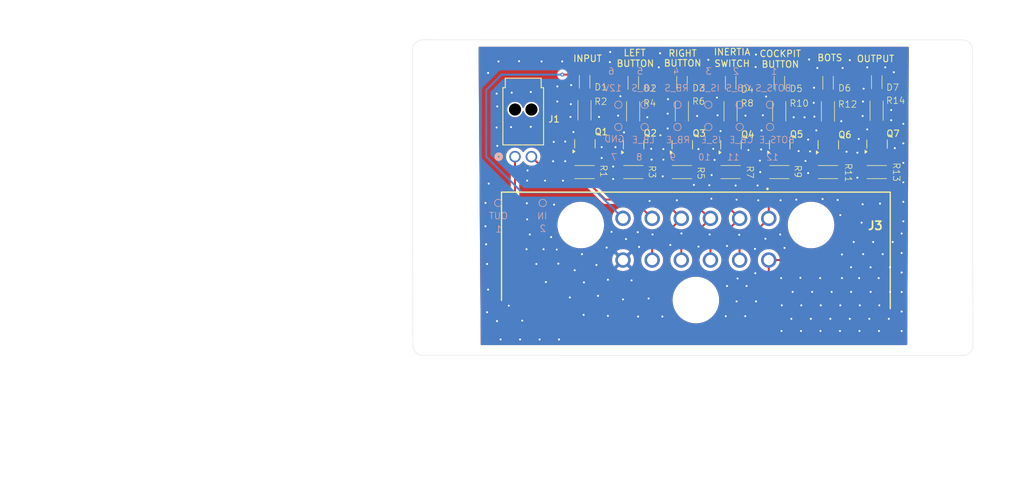
<source format=kicad_pcb>
(kicad_pcb (version 20241229) (generator "pcbnew") (generator_version "9.0")
  (layers (0 "F.Cu" signal) (2 "B.Cu" signal) (13 "F.Paste" user) (15 "B.Paste" user) (5 "F.SilkS" user "F.Silkscreen") (7 "B.SilkS" user "B.Silkscreen") (1 "F.Mask" user) (3 "B.Mask" user) (25 "Edge.Cuts" user))
  (net 0 "")
  (net 1 "Net-(D6-K)")
  (net 2 "+12V")
  (net 3 "Net-(D7-K)")
  (net 4 "/INPUT")
  (net 5 "Net-(Q1-D)")
  (net 6 "GND")
  (net 7 "Net-(Q2-D)")
  (net 8 "Net-(Q3-D)")
  (net 9 "Net-(Q4-D)")
  (net 10 "Net-(Q5-D)")
  (net 11 "Net-(Q6-D)")
  (net 12 "Net-(Q7-D)")
  (net 13 "/BOTS_END")
  (net 14 "Net-(D1-K)")
  (net 15 "Net-(D2-K)")
  (net 16 "Net-(D3-K)")
  (net 17 "Net-(D4-K)")
  (net 18 "Net-(D5-K)")
  (net 19 "/COCKPIT_BUTTON_START")
  (net 20 "/BOTS_START")
  (net 21 "/INERTIA_SWITCH_START")
  (net 22 "/LEFT_BUTTON_END")
  (footprint "MountingHole:MountingHole_3.2mm_M3" (layer "F.Cu") (at 170.13 97.17)
    (property "Reference" "REF**" (hide yes))
    (property "Value" "MountingHole_3.2mm_M3")
  )
  (footprint "Package_TO_SOT_SMD:SOT-23" (layer "F.Cu") (at 131.030833 70.69 90)
    (property "Reference" "Q3")
    (property "Value" "2N7002K")
  )
  (footprint "Package_TO_SOT_SMD:SOT-23" (layer "F.Cu") (at 138.4475 70.69 90)
    (property "Reference" "Q4")
    (property "Value" "2N7002K")
  )
  (footprint "Package_TO_SOT_SMD:SOT-23" (layer "F.Cu") (at 160.6975 70.59 90)
    (property "Reference" "Q7")
    (property "Value" "2N7002K")
  )
  (footprint "Package_TO_SOT_SMD:SOT-23" (layer "F.Cu") (at 153.280833 70.69 90)
    (property "Reference" "Q6")
    (property "Value" "2N7002K")
  )
  (footprint "SC:CONN_SD-105313-100_02_MOL" (layer "F.Cu") (at 105.55 72.5 180)
    (property "Reference" "J1")
    (property "Value" "1053131202")
  )
  (footprint "SC:DT1312PAB016" (layer "F.Cu") (at 144.2 81.9 180)
    (property "Reference" "J3")
    (property "Value" "DT13-12PA-B016" (hide yes))
  )
  (footprint "SC:CRCW0805" (layer "F.Cu") (at 116.15 74.85)
    (property "Reference" "R1")
    (property "Value" "100k")
  )
  (footprint "SC:CRCW0805" (layer "F.Cu") (at 145.796667 65.59 -90)
    (property "Reference" "R10")
    (property "Value" "1k")
  )
  (footprint "SC:HL-PSC-1608U52GC-G4" (layer "F.Cu") (at 116.15 61.1 90)
    (property "Reference" "D1")
    (property "Value" "LED")
  )
  (footprint "MountingHole:MountingHole_3.2mm_M3" (layer "F.Cu") (at 95.6 97.3)
    (property "Reference" "REF**" (hide yes))
    (property "Value" "MountingHole_3.2mm_M3")
  )
  (footprint "SC:CRCW0805" (layer "F.Cu") (at 116.13 65.44 -90)
    (property "Reference" "R2")
    (property "Value" "1k")
  )
  (footprint "SC:CRCW0805" (layer "F.Cu") (at 130.983333 74.85)
    (property "Reference" "R5")
    (property "Value" "100k")
  )
  (footprint "SC:CRCW0805" (layer "F.Cu") (at 138.38 65.59 -90)
    (property "Reference" "R8")
    (property "Value" "1k")
  )
  (footprint "SC:HL-PSC-1608U52GC-G4" (layer "F.Cu") (at 145.816667 61.25 90)
    (property "Reference" "D5")
    (property "Value" "LED")
  )
  (footprint "SC:HL-PSC-1608U52GC-G4" (layer "F.Cu") (at 160.65 61.15 90)
    (property "Reference" "D7")
    (property "Value" "LED")
  )
  (footprint "SC:HL-PSC-1608U52GC-G4" (layer "F.Cu") (at 138.4 61.25 90)
    (property "Reference" "D4")
    (property "Value" "LED")
  )
  (footprint "SC:CRCW0805" (layer "F.Cu") (at 123.546667 65.59 -90)
    (property "Reference" "R4")
    (property "Value" "1k")
  )
  (footprint "SC:CRCW0805" (layer "F.Cu") (at 130.963333 65.59 -90)
    (property "Reference" "R6")
    (property "Value" "1k")
  )
  (footprint "SC:CRCW0805" (layer "F.Cu") (at 145.816667 74.85)
    (property "Reference" "R9")
    (property "Value" "100k")
  )
  (footprint "SC:CRCW0805" (layer "F.Cu") (at 153.233333 74.85)
    (property "Reference" "R11")
    (property "Value" "100k")
  )
  (footprint "SC:HL-PSC-1608U52GC-G4" (layer "F.Cu") (at 130.983333 61.25 90)
    (property "Reference" "D3")
    (property "Value" "LED")
  )
  (footprint "MountingHole:MountingHole_3.2mm_M3" (layer "F.Cu") (at 170.13 60.57)
    (property "Reference" "REF**" (hide yes))
    (property "Value" "MountingHole_3.2mm_M3")
  )
  (footprint "SC:HL-PSC-1608U52GC-G4" (layer "F.Cu") (at 153.233333 61.25 90)
    (property "Reference" "D6")
    (property "Value" "LED")
  )
  (footprint "Package_TO_SOT_SMD:SOT-23" (layer "F.Cu") (at 123.614167 70.69 90)
    (property "Reference" "Q2")
    (property "Value" "2N7002K")
  )
  (footprint "Package_TO_SOT_SMD:SOT-23" (layer "F.Cu") (at 116.1975 70.54 90)
    (property "Reference" "Q1")
    (property "Value" "2N7002K")
  )
  (footprint "SC:CRCW0805" (layer "F.Cu") (at 153.213333 65.59 -90)
    (property "Reference" "R12")
    (property "Value" "1k")
  )
  (footprint "SC:CRCW0805" (layer "F.Cu") (at 123.566667 74.85)
    (property "Reference" "R3")
    (property "Value" "100k")
  )
  (footprint "SC:HL-PSC-1608U52GC-G4" (layer "F.Cu") (at 123.566667 61.25 90)
    (property "Reference" "D2")
    (property "Value" "LED")
  )
  (footprint "SC:CRCW0805" (layer "F.Cu") (at 138.4 74.85)
    (property "Reference" "R7")
    (property "Value" "100k")
  )
  (footprint "Package_TO_SOT_SMD:SOT-23" (layer "F.Cu") (at 145.864167 70.69 90)
    (property "Reference" "Q5")
    (property "Value" "2N7002K")
  )
  (footprint "SC:CRCW0805" (layer "F.Cu") (at 160.63 65.49 -90)
    (property "Reference" "R14")
    (property "Value" "1k")
  )
  (footprint "SC:CRCW0805" (layer "F.Cu") (at 160.65 74.85)
    (property "Reference" "R13")
    (property "Value" "100k")
  )
  (footprint "MountingHole:MountingHole_3.2mm_M3" (layer "F.Cu") (at 95.6 60.7)
    (property "Reference" "REF**" (hide yes))
    (property "Value" "MountingHole_3.2mm_M3")
  )
  (gr_circle (center 121.294037 67.98) (end 121.541844 68.477681) (stroke (width 0.1)) (fill no) (layer "B.SilkS"))
  (gr_circle (center 125.29 64.59) (end 125.537807 65.087681) (stroke (width 0.1)) (fill no) (layer "B.SilkS"))
  (gr_circle (center 130.3 64.59) (end 130.547807 65.087681) (stroke (width 0.1)) (fill no) (layer "B.SilkS"))
  (gr_circle (center 125.294037 67.98) (end 125.541844 68.477681) (stroke (width 0.1)) (fill no) (layer "B.SilkS"))
  (gr_circle (center 144.394037 67.98) (end 144.641844 68.477681) (stroke (width 0.1)) (fill no) (layer "B.SilkS"))
  (gr_circle (center 139.76 64.59) (end 140.007807 65.087681) (stroke (width 0.1)) (fill no) (layer "B.SilkS"))
  (gr_circle (center 134.998074 67.98) (end 135.245881 68.477681) (stroke (width 0.1)) (fill no) (layer "B.SilkS"))
  (gr_circle (center 102.994037 79.54) (end 103.241844 80.037681) (stroke (width 0.1)) (fill no) (layer "B.SilkS"))
  (gr_circle (center 130.304037 67.98) (end 130.551844 68.477681) (stroke (width 0.1)) (fill no) (layer "B.SilkS"))
  (gr_circle (center 134.994037 64.59) (end 135.241844 65.087681) (stroke (width 0.1)) (fill no) (layer "B.SilkS"))
  (gr_circle (center 121.29 64.59) (end 121.537807 65.087681) (stroke (width 0.1)) (fill no) (layer "B.SilkS"))
  (gr_circle (center 144.39 64.59) (end 144.637807 65.087681) (stroke (width 0.1)) (fill no) (layer "B.SilkS"))
  (gr_circle (center 139.764037 67.98) (end 140.011844 68.477681) (stroke (width 0.1)) (fill no) (layer "B.SilkS"))
  (gr_circle (center 109.77 79.55) (end 110.017807 80.047681) (stroke (width 0.1)) (fill no) (layer "B.SilkS"))
  (gr_line (start 175.25 56.2207) (end 175.31 101.275) (stroke (width 0.05)) (layer "Edge.Cuts"))
  (gr_line (start 173.869712 102.773811) (end 91.493292 102.774985) (stroke (width 0.05)) (layer "Edge.Cuts"))
  (gr_line (start 90.000001 101.276309) (end 89.960661 56.21066) (stroke (width 0.05)) (layer "Edge.Cuts"))
  (gr_arc (start 175.31 101.275) (mid 174.891563 102.314337) (end 173.869705 102.773811) (stroke (width 0.05)) (layer "Edge.Cuts"))
  (gr_line (start 91.46066 54.71066) (end 173.749482 54.72066) (stroke (width 0.05)) (layer "Edge.Cuts"))
  (gr_arc (start 173.74934 54.72066) (mid 174.81 55.16) (end 175.24934 56.22066) (stroke (width 0.05)) (layer "Edge.Cuts"))
  (gr_arc (start 89.96066 56.21066) (mid 90.4 55.15) (end 91.46066 54.71066) (stroke (width 0.05)) (layer "Edge.Cuts"))
  (gr_arc (start 91.5 102.775) (mid 90.43934 102.33566) (end 90 101.275) (stroke (width 0.05)) (layer "Edge.Cuts"))
  (gr_text "BUTTON" (at 128.149524 58.84 0) (layer "F.SilkS") (effects (font (size 1 1)) (justify left bottom)))
  (gr_text "RIGHT\n" (at 128.84 57.34 0) (layer "F.SilkS") (effects (font (size 1 1)) (justify left bottom)))
  (gr_text "LEFT\n" (at 122.01 57.27 0) (layer "F.SilkS") (effects (font (size 1 1)) (justify left bottom)))
  (gr_text "COCKPIT\n\n" (at 142.720476 59.01 0) (layer "F.SilkS") (effects (font (size 1 1)) (justify left bottom)))
  (gr_text "SWITCH\n" (at 135.83 58.9 0) (layer "F.SilkS") (effects (font (size 1 1)) (justify left bottom)))
  (gr_text "BUTTON" (at 120.95 58.89 0) (layer "F.SilkS") (effects (font (size 1 1)) (justify left bottom)))
  (gr_text "BUTTON" (at 143.03 59.01 0) (layer "F.SilkS") (effects (font (size 1 1)) (justify left bottom)))
  (gr_text "OUTPUT\n" (at 157.54 58.17 0) (layer "F.SilkS") (effects (font (size 1 1)) (justify left bottom)))
  (gr_text "INERTIA\n\n" (at 135.75 58.75 0) (layer "F.SilkS") (effects (font (size 1 1)) (justify left bottom)))
  (gr_text "INPUT\n" (at 114.33 58.14 0) (layer "F.SilkS") (effects (font (size 1 1)) (justify left bottom)))
  (gr_text "BOTS\n" (at 151.53 58.02 0) (layer "F.SilkS") (effects (font (size 1 1)) (justify left bottom)))
  (gr_text "IS_E" (at 137.02 70.52 0) (layer "B.SilkS") (effects (font (size 1 1) (thickness 0.1)) (justify left bottom mirror)))
  (gr_text "RB_E" (at 132.27 70.52 0) (layer "B.SilkS") (effects (font (size 1 1) (thickness 0.1)) (justify left bottom mirror)))
  (gr_text "2" (at 110.32 84.04 0) (layer "B.SilkS") (effects (font (size 1 1) (thickness 0.1)) (justify left bottom mirror)))
  (gr_text "3" (at 135.58 60.08 0) (layer "B.SilkS") (effects (font (size 1 1) (thickness 0.1)) (justify left bottom mirror)))
  (gr_text "1" (at 145.55 60.08 0) (layer "B.SilkS") (effects (font (size 1 1) (thickness 0.1)) (justify left bottom mirror)))
  (gr_text "CB_S" (at 141.42 62.64 0) (layer "B.SilkS") (effects (font (size 1 1) (thickness 0.1)) (justify left bottom mirror)))
  (gr_text "BOTS_S" (at 147.7 62.64 0) (layer "B.SilkS") (effects (font (size 1 1) (thickness 0.1)) (justify left bottom mirror)))
  (gr_text "8" (at 125.01 73.16 0) (layer "B.SilkS") (effects (font (size 1 1) (thickness 0.1)) (justify left bottom mirror)))
  (gr_text "CB_E" (at 141.92 70.52 0) (layer "B.SilkS") (effects (font (size 1 1) (thickness 0.1)) (justify left bottom mirror)))
  (gr_text "RB_S" (at 132.08 62.64 0) (layer "B.SilkS") (effects (font (size 1 1) (thickness 0.1)) (justify left bottom mirror)))
  (gr_text "4" (at 130.62 60.08 0) (layer "B.SilkS") (effects (font (size 1 1) (thickness 0.1)) (justify left bottom mirror)))
  (gr_text "IS_S" (at 136.81 62.64 0) (layer "B.SilkS") (effects (font (size 1 1) (thickness 0.1)) (justify left bottom mirror)))
  (gr_text "11" (at 139.79 73.16 0) (layer "B.SilkS") (effects (font (size 1 1) (thickness 0.1)) (justify left bottom mirror)))
  (gr_text "12V" (at 121.87 62.64 0) (layer "B.SilkS") (effects (font (size 1 1) (thickness 0.1)) (justify left bottom mirror)))
  (gr_text "2" (at 139.76 60.08 0) (layer "B.SilkS") (effects (font (size 1 1) (thickness 0.1)) (justify left bottom mirror)))
  (gr_text "GND" (at 122.28 70.38 0) (layer "B.SilkS") (effects (font (size 1 1) (thickness 0.1)) (justify left bottom mirror)))
  (gr_text "12" (at 145.77 73.16 0) (layer "B.SilkS") (effects (font (size 1 1) (thickness 0.1)) (justify left bottom mirror)))
  (gr_text "LB_S" (at 126.88 62.64 0) (layer "B.SilkS") (effects (font (size 1 1) (thickness 0.1)) (justify left bottom mirror)))
  (gr_text "9" (at 130.13 73.16 0) (layer "B.SilkS") (effects (font (size 1 1) (thickness 0.1)) (justify left bottom mirror)))
  (gr_text "5" (at 125.13 60.08 0) (layer "B.SilkS") (effects (font (size 1 1) (thickness 0.1)) (justify left bottom mirror)))
  (gr_text "7" (at 121.21 73.16 0) (layer "B.SilkS") (effects (font (size 1 1) (thickness 0.1)) (justify left bottom mirror)))
  (gr_text "LB_E\n" (at 126.9 70.52 0) (layer "B.SilkS") (effects (font (size 1 1) (thickness 0.1)) (justify left bottom mirror)))
  (gr_text "6" (at 120.75 60.08 0) (layer "B.SilkS") (effects (font (size 1 1) (thickness 0.1)) (justify left bottom mirror)))
  (gr_text "OUT" (at 104.52 82.1 0) (layer "B.SilkS") (effects (font (size 1 1) (thickness 0.1)) (justify left bottom mirror)))
  (gr_text "1" (at 103.6 84.13 0) (layer "B.SilkS") (effects (font (size 1 1) (thickness 0.1)) (justify left bottom mirror)))
  (gr_text "BOTS_E" (at 148.22 70.52 0) (layer "B.SilkS") (effects (font (size 1 1) (thickness 0.1)) (justify left bottom mirror)))
  (gr_text "IN" (at 110.52 82.13 0) (layer "B.SilkS") (effects (font (size 1 1) (thickness 0.1)) (justify left bottom mirror)))
  (gr_text "10" (at 135.41 73.16 0) (layer "B.SilkS") (effects (font (size 1 1) (thickness 0.1)) (justify left bottom mirror)))
  (segment (start 153.233333 62.05) (end 153.233333 64.5325) (width 0.3) (layer "F.Cu") (net 1))
  (segment (start 153.233333 64.5325) (end 153.213333 64.5525) (width 0.3) (layer "F.Cu") (net 1))
  (segment (start 130.983333 60.45) (end 138.4 60.45) (width 0.3) (layer "F.Cu") (net 2))
  (segment (start 138.4 60.45) (end 145.816667 60.45) (width 0.3) (layer "F.Cu") (net 2))
  (segment (start 145.816667 60.45) (end 153.233333 60.45) (width 0.3) (layer "F.Cu") (net 2))
  (segment (start 123.566667 60.45) (end 130.983333 60.45) (width 0.3) (layer "F.Cu") (net 2))
  (segment (start 112.76 60) (end 115.85 60) (width 0.3) (layer "F.Cu") (net 2))
  (segment (start 153.233333 60.45) (end 160.55 60.45) (width 0.3) (layer "F.Cu") (net 2))
  (segment (start 116.15 60.3) (end 123.416667 60.3) (width 0.3) (layer "F.Cu") (net 2))
  (via (at 112.76 60) (size 0.6) (drill 0.3) (layers "F.Cu" "B.Cu") (net 2))
  (segment (start 106.6 77.94) (end 118.04 77.94) (width 0.3) (layer "B.Cu") (net 2))
  (segment (start 101.16 72.5) (end 106.6 77.94) (width 0.3) (layer "B.Cu") (net 2))
  (segment (start 103.51 60) (end 112.76 60) (width 0.3) (layer "B.Cu") (net 2))
  (segment (start 122 81.9) (end 118.04 77.94) (width 0.3) (layer "B.Cu") (net 2))
  (segment (start 101.16 72.5) (end 101.16 62.35) (width 0.3) (layer "B.Cu") (net 2))
  (segment (start 101.16 62.35) (end 103.51 60) (width 0.3) (layer "B.Cu") (net 2))
  (segment (start 160.65 64.4325) (end 160.63 64.4525) (width 0.3) (layer "F.Cu") (net 3))
  (segment (start 160.65 61.95) (end 160.65 64.4325) (width 0.3) (layer "F.Cu") (net 3))
  (segment (start 108.05 72.5) (end 110.4 74.85) (width 0.3) (layer "F.Cu") (net 4))
  (segment (start 110.4 74.85) (end 115.1125 74.85) (width 0.3) (layer "F.Cu") (net 4))
  (segment (start 115.1125 74.85) (end 119.3025 79.04) (width 0.3) (layer "F.Cu") (net 4))
  (segment (start 115.2475 71.4775) (end 115.2475 74.715) (width 0.3) (layer "F.Cu") (net 4))
  (segment (start 123.58 79.04) (end 126.44 81.9) (width 0.3) (layer "F.Cu") (net 4))
  (segment (start 119.3025 79.04) (end 123.58 79.04) (width 0.3) (layer "F.Cu") (net 4))
  (segment (start 115.2475 74.715) (end 115.1125 74.85) (width 0.3) (layer "F.Cu") (net 4))
  (segment (start 116.1975 69.6025) (end 116.1975 66.545) (width 0.3) (layer "F.Cu") (net 5))
  (segment (start 116.1975 66.545) (end 116.13 66.4775) (width 0.3) (layer "F.Cu") (net 5))
  (via (at 118.35 66.45) (size 0.6) (drill 0.3) (layers "F.Cu" "B.Cu") (net 6))
  (via (at 139.7 84.4) (size 0.6) (drill 0.3) (layers "F.Cu" "B.Cu") (net 6))
  (via (at 135.75 71.3) (size 0.6) (drill 0.3) (layers "F.Cu" "B.Cu") (net 6))
  (via (at 164.7 82.35) (size 0.6) (drill 0.3) (layers "F.Cu" "B.Cu") (net 6))
  (via (at 137.65 96.8) (size 0.6) (drill 0.3) (layers "F.Cu" "B.Cu") (net 6))
  (via (at 120 58.1) (size 0.6) (drill 0.3) (layers "F.Cu" "B.Cu") (net 6))
  (via (at 142.25 56.95) (size 0.6) (drill 0.3) (layers "F.Cu" "B.Cu") (net 6))
  (via (at 106.65 97.48) (size 0.6) (drill 0.3) (layers "F.Cu" "B.Cu") (net 6))
  (via (at 142.85 73.1) (size 0.6) (drill 0.3) (layers "F.Cu" "B.Cu") (net 6))
  (via (at 118.2 93.7) (size 0.6) (drill 0.3) (layers "F.Cu" "B.Cu") (net 6))
  (via (at 107.8 84.35) (size 0.6) (drill 0.3) (layers "F.Cu" "B.Cu") (net 6))
  (via (at 135.95 73) (size 0.6) (drill 0.3) (layers "F.Cu" "B.Cu") (net 6))
  (via (at 112.74 58) (size 0.6) (drill 0.3) (layers "F.Cu" "B.Cu") (net 6))
  (via (at 143.7 85) (size 0.6) (drill 0.3) (layers "F.Cu" "B.Cu") (net 6))
  (via (at 143.1 68.5) (size 0.6) (drill 0.3) (layers "F.Cu" "B.Cu") (net 6))
  (via (at 133.5 86.2) (size 0.6) (drill 0.3) (layers "F.Cu" "B.Cu") (net 6))
  (via (at 139.15 76.9) (size 0.6) (drill 0.3) (layers "F.Cu" "B.Cu") (net 6))
  (via (at 127.45 58.9) (size 0.6) (drill 0.3) (layers "F.Cu" "B.Cu") (net 6))
  (via (at 137.85 86.1) (size 0.6) (drill 0.3) (layers "F.Cu" "B.Cu") (net 6))
  (via (at 142.27 94.55) (size 0.6) (drill 0.3) (layers "F.Cu" "B.Cu") (net 6))
  (via (at 156.55 57.8) (size 0.6) (drill 0.3) (layers "F.Cu" "B.Cu") (net 6))
  (via (at 148.4 79.05) (size 0.6) (drill 0.3) (layers "F.Cu" "B.Cu") (net 6))
  (via (at 109.6 58) (size 0.6) (drill 0.3) (layers "F.Cu" "B.Cu") (net 6))
  (via (at 158.5 79.75) (size 0.6) (drill 0.3) (layers "F.Cu" "B.Cu") (net 6))
  (via (at 112 61.8) (size 0.6) (drill 0.3) (layers "F.Cu" "B.Cu") (net 6))
  (via (at 152.4 78.95) (size 0.6) (drill 0.3) (layers "F.Cu" "B.Cu") (net 6))
  (via (at 146.14 99.05) (size 0.6) (drill 0.3) (layers "F.Cu" "B.Cu") (net 6))
  (via (at 132.8 76.8) (size 0.6) (drill 0.3) (layers "F.Cu" "B.Cu") (net 6))
  (via (at 114.45 68.75) (size 0.6) (drill 0.3) (layers "F.Cu" "B.Cu") (net 6))
  (via (at 112.26 100.35) (size 0.6) (drill 0.3) (layers "F.Cu" "B.Cu") (net 6))
  (via (at 159.72 93.1) (size 0.6) (drill 0.3) (layers "F.Cu" "B.Cu") (net 6))
  (via (at 111.5 79.8) (size 0.6) (drill 0.3) (layers "F.Cu" "B.Cu") (net 6))
  (via (at 147.84 93.1) (size 0.6) (drill 0.3) (layers "F.Cu" "B.Cu") (net 6))
  (via (at 101.3 88.85) (size 0.6) (drill 0.3) (layers "F.Cu" "B.Cu") (net 6))
  (via (at 157.97 91) (size 0.6) (drill 0.3) (layers "F.Cu" "B.Cu") (net 6))
  (via (at 127.65 56.75) (size 0.6) (drill 0.3) (layers "F.Cu" "B.Cu") (net 6))
  (via (at 102.8 97.55) (size 0.6) (drill 0.3) (layers "F.Cu" "B.Cu") (net 6))
  (via (at 156.05 71.75) (size 0.6) (drill 0.3) (layers "F.Cu" "B.Cu") (net 6))
  (via (at 155.05 99.05) (size 0.6) (drill 0.3) (layers "F.Cu" "B.Cu") (net 6))
  (via (at 151.05 64.3) (size 0.6) (drill 0.3) (layers "F.Cu" "B.Cu") (net 6))
  (via (at 149.02 90.96) (size 0.6) (drill 0.3) (layers "F.Cu" "B.Cu") (net 6))
  (via (at 128.15 72.95) (size 0.6) (drill 0.3) (layers "F.Cu" "B.Cu") (net 6))
  (via (at 162.68 89.35) (size 0.6) (drill 0.3) (layers "F.Cu" "B.Cu") (net 6))
  (via (at 155.35 91) (size 0.6) (drill 0.3) (layers "F.Cu" "B.Cu") (net 6))
  (via (at 128.85 63.75) (size 0.6) (drill 0.3) (layers "F.Cu" "B.Cu") (net 6))
  (via (at 122.15 68.8) (size 0.6) (drill 0.3) (layers "F.Cu" "B.Cu") (net 6))
  (via (at 149.65 66.5) (size 0.6) (drill 0.3) (layers "F.Cu" "B.Cu") (net 6))
  (via (at 155.45 59) (size 0.6) (drill 0.3) (layers "F.Cu" "B.Cu") (net 6))
  (via (at 153.58 97.2) (size 0.6) (drill 0.3) (layers "F.Cu" "B.Cu") (net 6))
  (via (at 118.75 72.7) (size 0.6) (drill 0.3) (layers "F.Cu" "B.Cu") (net 6))
  (via (at 163.4 71.2) (size 0.6) (drill 0.3) (layers "F.Cu" "B.Cu") (net 6))
  (via (at 164.45 93.12) (size 0.6) (drill 0.3) (layers "F.Cu" "B.Cu") (net 6))
  (via (at 162.49 97.2) (size 0.6) (drill 0.3) (layers "F.Cu" "B.Cu") (net 6))
  (via (at 139.3 94.55) (size 0.6) (drill 0.3) (layers "F.Cu" "B.Cu") (net 6))
  (via (at 119.5 86.35) (size 0.6) (drill 0.3) (layers "F.Cu" "B.Cu") (net 6))
  (via (at 112 64.1) (size 0.6) (drill 0.3) (layers "F.Cu" "B.Cu") (net 6))
  (via (at 155.35 87.4) (size 0.6) (drill 0.3) (layers "F.Cu" "B.Cu") (net 6))
  (via (at 157.14 85.5) (size 0.6) (drill 0.3) (layers "F.Cu" "B.Cu") (net 6))
  (via (at 124.25 84) (size 0.6) (drill 0.3) (layers "F.Cu" "B.Cu") (net 6))
  (via (at 103.35 100.35) (size 0.6) (drill 0.3) (layers "F.Cu" "B.Cu") (net 6))
  (via (at 151.15 66.4) (size 0.6) (drill 0.3) (layers "F.Cu" "B.Cu") (net 6))
  (via (at 159.71 89.35) (size 0.6) (drill 0.3) (layers "F.Cu" "B.Cu") (net 6))
  (via (at 130.2 79.15) (size 0.6) (drill 0.3) (layers "F.Cu" "B.Cu") (net 6))
  (via (at 164.7 79.38) (size 0.6) (drill 0.3) (layers "F.Cu" "B.Cu") (net 6))
  (via (at 125.9 94.1) (size 0.6) (drill 0.3) (layers "F.Cu" "B.Cu") (net 6))
  (via (at 163.25 59.64) (size 0.6) (drill 0.3) (layers "F.Cu" "B.Cu") (net 6))
  (via (at 156.75 93.1) (size 0.6) (drill 0.3) (layers "F.Cu" "B.Cu") (net 6))
  (via (at 104.95 68) (size 0.6) (drill 0.3) (layers "F.Cu" "B.Cu") (net 6))
  (via (at 148.75 71.65) (size 0.6) (drill 0.3) (layers "F.Cu" "B.Cu") (net 6))
  (via (at 150.35 57.7) (size 0.6) (drill 0.3) (layers "F.Cu" "B.Cu") (net 6))
  (via (at 114.1 61.6) (size 0.6) (drill 0.3) (layers "F.Cu" "B.Cu") (net 6))
  (via (at 116.05 91.65) (size 0.6) (drill 0.3) (layers "F.Cu" "B.Cu") (net 6))
  (via (at 101.05 79.55) (size 0.6) (drill 0.3) (layers "F.Cu" "B.Cu") (net 6))
  (via (at 112.85 76.15) (size 0.6) (drill 0.3) (layers "F.Cu" "B.Cu") (net 6))
  (via (at 143.3 66.2) (size 0.6) (drill 0.3) (layers "F.Cu" "B.Cu") (net 6))
  (via (at 135 57.75) (size 0.6) (drill 0.3) (layers "F.Cu" "B.Cu") (net 6))
  (via (at 150.2 69.9) (size 0.6) (drill 0.3) (layers "F.Cu" "B.Cu") (net 6))
  (via (at 139.45 91.05) (size 0.6) (drill 0.3) (layers "F.Cu" "B.Cu") (net 6))
  (via (at 140.62 96.8) (size 0.6) (drill 0.3) (layers "F.Cu" "B.Cu") (net 6))
  (via (at 120.25 83.95) (size 0.6) (drill 0.3) (layers "F.Cu" "B.Cu") (net 6))
  (via (at 119.7 91.25) (size 0.6) (drill 0.3) (layers "F.Cu" "B.Cu") (net 6))
  (via (at 113.2 73.2) (size 0.6) (drill 0.3) (layers "F.Cu" "B.Cu") (net 6))
  (via (at 102.75 62.9) (size 0.6) (drill 0.3) (layers "F.Cu" "B.Cu") (net 6))
  (via (at 155.1 81.4) (size 0.6) (drill 0.3) (layers "F.Cu" "B.Cu") (net 6))
  (via (at 158.35 82.55) (size 0.6) (drill 0.3) (layers "F.Cu" "B.Cu") (net 6))
  (via (at 133.3 66.3) (size 0.6) (drill 0.3) (layers "F.Cu" "B.Cu") (net 6))
  (via (at 107.3 86.6) (size 0.6) (drill 0.3) (layers "F.Cu" "B.Cu") (net 6))
  (via (at 145.95 84.35) (size 0.6) (drill 0.3) (layers "F.Cu" "B.Cu") (net 6))
  (via (at 121.6 63.3) (size 0.6) (drill 0.3) (layers "F.Cu" "B.Cu") (net 6))
  (via (at 158.5 66.3) (size 0.6) (drill 0.3) (layers "F.Cu" "B.Cu") (net 6))
  (via (at 114.05 64.5) (size 0.6) (drill 0.3) (layers "F.Cu" "B.Cu") (net 6))
  (via (at 111.45 70.25) (size 0.6) (drill 0.3) (layers "F.Cu" "B.Cu") (net 6))
  (via (at 109.9 86.6) (size 0.6) (drill 0.3) (layers "F.Cu" "B.Cu") (net 6))
  (via (at 113.9 93.95) (size 0.6) (drill 0.3) (layers "F.Cu" "B.Cu") (net 6))
  (via (at 142.5 76.9) (size 0.6) (drill 0.3) (layers "F.Cu" "B.Cu") (net 6))
  (via (at 111.05 84.75) (size 0.6) (drill 0.3) (layers "F.Cu" "B.Cu") (net 6))
  (via (at 164.45 84.21) (size 0.6) (drill 0.3) (layers "F.Cu" "B.Cu") (net 6))
  (via (at 128.8 65.95) (size 0.6) (drill 0.3) (layers "F.Cu" "B.Cu") (net 6))
  (via (at 101.55 76.6) (size 0.6) (drill 0.3) (layers "F.Cu" "B.Cu") (net 6))
  (via (at 102.75 68.05) (size 0.6) (drill 0.3) (layers "F.Cu" "B.Cu") (net 6))
  (via (at 155.25 67.1) (size 0.6) (drill 0.3) (layers "F.Cu" "B.Cu") (net 6))
  (via (at 109.29 100.35) (size 0.6) (drill 0.3) (layers "F.Cu" "B.Cu") (net 6))
  (via (at 126.05 79.25) (size 0.6) (drill 0.3) (layers "F.Cu" "B.Cu") (net 6))
  (via (at 133.5 71.35) (size 0.6) (drill 0.3) (layers "F.Cu" "B.Cu") (net 6))
  (via (at 142.6 79.15) (size 0.6) (drill 0.3) (layers "F.Cu" "B.Cu") (net 6))
  (via (at 164.7 73.44) (size 0.6) (drill 0.3) (layers "F.Cu" "B.Cu") (net 6))
  (via (at 128.05 75.5) (size 0.6) (drill 0.3) (layers "F.Cu" "B.Cu") (net 6))
  (via (at 164.45 90.15) (size 0.6) (drill 0.3) (layers "F.Cu" "B.Cu") (net 6))
  (via (at 151.45 68.5) (size 0.6) (drill 0.3) (layers "F.Cu" "B.Cu") (net 6))
  (via (at 107.4 82.05) (size 0.6) (drill 0.3) (layers "F.Cu" "B.Cu") (net 6))
  (via (at 159.2 68.35) (size 0.6) (drill 0.3) (layers "F.Cu" "B.Cu") (net 6))
  (via (at 149.8 73.15) (size 0.6) (drill 0.3) (layers "F.Cu" "B.Cu") (net 6))
  (via (at 162.85 65.4) (size 0.6) (drill 0.3) (layers "F.Cu" "B.Cu") (net 6))
  (via (at 163.08 85.5) (size 0.6) (drill 0.3) (layers "F.Cu" "B.Cu") (net 6))
  (via (at 113.2 70.2) (size 0.6) (drill 0.3) (layers "F.Cu" "B.Cu") (net 6))
  (via (at 101.3 96.2) (size 0.6) (drill 0.3) (layers "F.Cu" "B.Cu") (net 6))
  (via (at 142.15 90.25) (size 0.6) (drill 0.3) (layers "F.Cu" "B.Cu") (net 6))
  (via (at 111.35 73.2) (size 0.6) (drill 0.3) (layers "F.Cu" "B.Cu") (net 6))
  (via (at 151.6 59) (size 0.6) (drill 0.3) (layers "F.Cu" "B.Cu") (net 6))
  (via (at 156.74 89.35) (size 0.6) (drill 0.3) (layers "F.Cu" "B.Cu") (net 6))
  (via (at 126.35 72.95) (size 0.6) (drill 0.3) (layers "F.Cu" "B.Cu") (net 6))
  (via (at 149.11 99.05) (size 0.6) (drill 0.3) (layers "F.Cu" "B.Cu") (net 6))
  (via (at 103.03 58) (size 0.6) (drill 0.3) (layers "F.Cu" "B.Cu") (net 6))
  (via (at 107.35 79.6) (size 0.6) (drill 0.3) (layers "F.Cu" "B.Cu") (net 6))
  (via (at 115.75 87.35) (size 0.6) (drill 0.3) (layers "F.Cu" "B.Cu") (net 6))
  (via (at 164.45 99.06) (size 0.6) (drill 0.3) (layers "F.Cu" "B.Cu") (net 6))
  (via (at 110.125 76.15) (size 0.6) (drill 0.3) (layers "F.Cu" "B.Cu") (net 6))
  (via (at 146.19 95.15) (size 0.6) (drill 0.3) (layers "F.Cu" "B.Cu") (net 6))
  (via (at 160.94 91) (size 0.6) (drill 0.3) (layers "F.Cu" "B.Cu") (net 6))
  (via (at 107.45 74.6) (size 0.6) (drill 0.3) (layers "F.Cu" "B.Cu") (net 6))
  (via (at 107.95 67.95) (size 0.6) (drill 0.3) (layers "F.Cu" "B.Cu") (net 6))
  (via (at 164.7 76.41) (size 0.6) (drill 0.3) (layers "F.Cu" "B.Cu") (net 6))
  (via (at 102.85 64.85) (size 0.6) (drill 0.3) (layers "F.Cu" "B.Cu") (net 6))
  (via (at 130.9 84.2) (size 0.6) (drill 0.3) (layers "F.Cu" "B.Cu") (net 6))
  (via (at 128.8 68.2) (size 0.6) (drill 0.3) (layers "F.Cu" "B.Cu") (net 6))
  (via (at 157.7 71.9) (size 0.6) (drill 0.3) (layers "F.Cu" "B.Cu") (net 6))
  (via (at 142.9 74.85) (size 0.6) (drill 0.3) (layers "F.Cu" "B.Cu") (net 6))
  (via (at 123.3 91.35) (size 0.6) (drill 0.3) (layers "F.Cu" "B.Cu") (net 6))
  (via (at 104.6 95.2) (size 0.6) (drill 0.3) (layers "F.Cu" "B.Cu") (net 6))
  (via (at 143.05 71.4) (size 0.6) (drill 0.3) (layers "F.Cu" "B.Cu") (net 6))
  (via (at 126.5 84.35) (size 0.6) (drill 0.3) (layers "F.Cu" "B.Cu") (net 6))
  (via (at 127.7 69.25) (size 0.6) (drill 0.3) (layers "F.Cu" "B.Cu") (net 6))
  (via (at 162.69 93.1) (size 0.6) (drill 0.3) (layers "F.Cu" "B.Cu") (net 6))
  (via (at 101.15 85.85) (size 0.6) (drill 0.3) (layers "F.Cu" "B.Cu") (net 6))
  (via (at 128.15 71.35) (size 0.6) (drill 0.3) (layers "F.Cu" "B.Cu") (net 6))
  (via (at 114 66.45) (size 0.6) (drill 0.3) (layers "F.Cu" "B.Cu") (net 6))
  (via (at 158.55 64.1) (size 0.6) (drill 0.3) (layers "F.Cu" "B.Cu") (net 6))
  (via (at 151.1 62) (size 0.6) (drill 0.3) (layers "F.Cu" "B.Cu") (net 6))
  (via (at 162.85 66.95) (size 0.6) (drill 0.3) (layers "F.Cu" "B.Cu") (net 6))
  (via (at 143.8 63.35) (size 0.6) (drill 0.3) (layers "F.Cu" "B.Cu") (net 6))
  (via (at 146.09 91) (size 0.6) (drill 0.3) (layers "F.Cu" "B.Cu") (net 6))
  (via (at 140.82 92.2) (size 0.6) (drill 0.3) (layers "F.Cu" "B.Cu") (net 6))
  (via (at 112.15 88.8) (size 0.6) (drill 0.3) (layers "F.Cu" "B.Cu") (net 6))
  (via (at 136.85 68.6) (size 0.6) (drill 0.3) (layers "F.Cu" "B.Cu") (net 6))
  (via (at 158.59 87.35) (size 0.6) (drill 0.3) (layers "F.Cu" "B.Cu") (net 6))
  (via (at 124.3 96.85) (size 0.6) (drill 0.3) (layers "F.Cu" "B.Cu") (net 6))
  (via (at 148 66.5) (size 0.6) (drill 0.3) (layers "F.Cu" "B.Cu") (net 6))
  (via (at 150.5 71.7) (size 0.6) (drill 0.3) (layers "F.Cu" "B.Cu") (net 6))
  (via (at 121.25 66.25) (size 0.6) (drill 0.3) (layers "F.Cu" "B.Cu") (net 6))
  (via (at 125.7 66.5) (size 0.6) (drill 0.3) (layers "F.Cu" "B.Cu") (net 6))
  (via (at 150.2 75) (size 0.6) (drill 0.3) (layers "F.Cu" "B.Cu") (net 6))
  (via (at 152.13 95.15) (size 0.6) (drill 0.3) (layers "F.Cu" "B.Cu") (net 6))
  (via (at 146 79.15) (size 0.6) (drill 0.3) (layers "F.Cu" "B.Cu") (net 6))
  (via (at 106.17 57.96) (size 0.6) (drill 0.3) (layers "F.Cu" "B.Cu") (net 6))
  (via (at 153.78 93.1) (size 0.6) (drill 0.3) (layers "F.Cu" "B.Cu") (net 6))
  (via (at 120.85 71.05) (size 0.6) (drill 0.3) (layers "F.Cu" "B.Cu") (net 6))
  (via (at 161.15 79.65) (size 0.6) (drill 0.3) (layers "F.Cu" "B.Cu") (net 6))
  (via (at 164.45 96.09) (size 0.6) (drill 0.3) (layers "F.Cu" "B.Cu") (net 6))
  (via (at 164.7 70.47) (size 0.6) (drill 0.3) (layers "F.Cu" "B.Cu") (net 6))
  (via (at 101.45 92.75) (size 0.6) (drill 0.3) (layers "F.Cu" "B.Cu") (net 6))
  (via (at 150.81 93.1) (size 0.6) (drill 0.3) (layers "F.Cu" "B.Cu") (net 6))
  (via (at 122.45 85.05) (size 0.6) (drill 0.3) (layers "F.Cu" "B.Cu") (net 6))
  (via (at 157.7 75.7) (size 0.6) (drill 0.3) (layers "F.Cu" "B.Cu") (net 6))
  (via (at 137.85 92.2) (size 0.6) (drill 0.3) (layers "F.Cu" "B.Cu") (net 6))
  (via (at 135.5 75.3) (size 0.6) (drill 0.3) (layers "F.Cu" "B.Cu") (net 6))
  (via (at 150.61 97.2) (size 0.6) (drill 0.3) (layers "F.Cu" "B.Cu") (net 6))
  (via (at 120.5 74) (size 0.6) (drill 0.3) (layers "F.Cu" "B.Cu") (net 6))
  (via (at 160.99 99.05) (size 0.6) (drill 0.3) (layers "F.Cu" "B.Cu") (net 6))
  (via (at 142.2 58.85) (size 0.6) (drill 0.3) (layers "F.Cu" "B.Cu") (net 6))
  (via (at 161.56 87.35) (size 0.6) (drill 0.3) (layers "F.Cu" "B.Cu") (net 6))
  (via (at 106.32 100.35) (size 0.6) (drill 0.3) (layers "F.Cu" "B.Cu") (net 6))
  (via (at 157.9 69.8) (size 0.6) (drill 0.3) (layers "F.Cu" "B.Cu") (net 6))
  (via (at 101.05 83.1) (size 0.6) (drill 0.3) (layers "F.Cu" "B.Cu") (net 6))
  (via (at 108.8 88.85) (size 0.6) (drill 0.3) (layers "F.Cu" "B.Cu") (net 6))
  (via (at 160.11 85.5) (size 0.6) (drill 0.3) (layers "F.Cu" "B.Cu") (net 6))
  (via (at 124.45 86.25) (size 0.6) (drill 0.3) (layers "F.Cu" "B.Cu") (net 6))
  (via (at 136.4 66.2) (size 0.6) (drill 0.3) (layers "F.Cu" "B.Cu") (net 6))
  (via (at 156.55 97.2) (size 0.6) (drill 0.3) (layers "F.Cu" "B.Cu") (net 6))
  (via (at 118.75 71.05) (size 0.6) (drill 0.3) (layers "F.Cu" "B.Cu") (net 6))
  (via (at 161.04 95.15) (size 0.6) (drill 0.3) (layers "F.Cu" "B.Cu") (net 6))
  (via (at 161.95 58.9) (size 0.6) (drill 0.3) (layers "F.Cu" "B.Cu") (net 6))
  (via (at 158.65 62.15) (size 0.6) (drill 0.3) (layers "F.Cu" "B.Cu") (net 6))
  (via (at 141.1 71.5) (size 0.6) (drill 0.3) (layers "F.Cu" "B.Cu") (net 6))
  (via (at 146.6 86.4) (size 0.6) (drill 0.3) (layers "F.Cu" "B.Cu") (net 6))
  (via (at 120.5 75.9) (size 0.6) (drill 0.3) (layers "F.Cu" "B.Cu") (net 6))
  (via (at 139.3 79.05) (size 0.6) (drill 0.3) (layers "F.Cu" "B.Cu") (net 6))
  (via (at 159.2 58.9) (size 0.6) (drill 0.3) (layers "F.Cu" "B.Cu") (net 6))
  (via (at 136.3 63.5) (size 0.6) (drill 0.3) (layers "F.Cu" "B.Cu") (net 6))
  (via (at 119.7 96.75) (size 0.6) (drill 0.3) (layers "F.Cu" "B.Cu") (net 6))
  (via (at 142.1 86.55) (size 0.6) (drill 0.3) (layers "F.Cu" "B.Cu") (net 6))
  (via (at 111.9 86.65) (size 0.6) (drill 0.3) (layers "F.Cu" "B.Cu") (net 6))
  (via (at 155.1 95.15) (size 0.6) (drill 0.3) (layers "F.Cu" "B.Cu") (net 6))
  (via (at 147.64 97.2) (size 0.6) (drill 0.3) (layers "F.Cu" "B.Cu") (net 6))
  (via (at 102.85 70.85) (size 0.6) (drill 0.3) (layers "F.Cu" "B.Cu") (net 6))
  (via (at 126.3 71.3) (size 0.6) (drill 0.3) (layers "F.Cu" "B.Cu") (net 6))
  (via (at 117.95 89) (size 0.6) (drill 0.3) (layers "F.Cu" "B.Cu") (net 6))
  (via (at 120.05 56.55) (size 0.6) (drill 0.3) (layers "F.Cu" "B.Cu") (net 6))
  (via (at 116 96.6) (size 0.6) (drill 0.3) (layers "F.Cu" "B.Cu") (net 6))
  (via (at 107.95 62.65) (size 0.6) (drill 0.3) (layers "F.Cu" "B.Cu") (net 6))
  (via (at 164.7 67.5) (size 0.6) (drill 0.3) (layers "F.Cu" "B.Cu") (net 6))
  (via (at 107.4 76.15) (size 0.6) (drill 0.3) (layers "F.Cu" "B.Cu") (net 6))
  (via (at 154.7 79.1) (size 0.6) (drill 0.3) (layers "F.Cu" "B.Cu") (net 6))
  (via (at 152.08 99.05) (size 0.6) (drill 0.3) (layers "F.Cu" "B.Cu") (net 6))
  (via (at 114.64 89.8) (size 0.6) (drill 0.3) (layers "F.Cu" "B.Cu") (net 6))
  (via (at 140.65 66.25) (size 0.6) (drill 0.3) (layers "F.Cu" "B.Cu") (net 6))
  (via (at 135.45 78.9) (size 0.6) (drill 0.3) (layers "F.Cu" "B.Cu") (net 6))
  (via (at 164.45 87.18) (size 0.6) (drill 0.3) (layers "F.Cu" "B.Cu") (net 6))
  (via (at 135.2 84.35) (size 0.6) (drill 0.3) (layers "F.Cu" "B.Cu") (net 6))
  (via (at 149.16 95.15) (size 0.6) (drill 0.3) (layers "F.Cu" "B.Cu") (net 6))
  (via (at 122 94.25) (size 0.6) (drill 0.3) (layers "F.Cu" "B.Cu") (net 6))
  (via (at 110.25 91.6) (size 0.6) (drill 0.3) (layers "F.Cu" "B.Cu") (net 6))
  (via (at 158.02 99.05) (size 0.6) (drill 0.3) (layers "F.Cu" "B.Cu") (net 6))
  (via (at 158.07 95.15) (size 0.6) (drill 0.3) (layers "F.Cu" "B.Cu") (net 6))
  (via (at 105.05 62.75) (size 0.6) (drill 0.3) (layers "F.Cu" "B.Cu") (net 6))
  (via (at 128 96.85) (size 0.6) (drill 0.3) (layers "F.Cu" "B.Cu") (net 6))
  (via (at 152.03 91) (size 0.6) (drill 0.3) (layers "F.Cu" "B.Cu") (net 6))
  (via (at 135.15 76.85) (size 0.6) (drill 0.3) (layers "F.Cu" "B.Cu") (net 6))
  (via (at 129.2 85.95) (size 0.6) (drill 0.3) (layers "F.Cu" "B.Cu") (net 6))
  (via (at 159.52 97.2) (size 0.6) (drill 0.3) (layers "F.Cu" "B.Cu") (net 6))
  (via (at 101.45 59.75) (size 0.6) (drill 0.3) (layers "F.Cu" "B.Cu") (net 6))
  (segment (start 123.614167 66.695) (end 123.546667 66.6275) (width 0.3) (layer "F.Cu") (net 7))
  (segment (start 123.614167 69.7525) (end 123.614167 66.695) (width 0.3) (layer "F.Cu") (net 7))
  (segment (start 131.030833 69.7525) (end 131.030833 66.695) (width 0.3) (layer "F.Cu") (net 8))
  (segment (start 131.030833 66.695) (end 130.963333 66.6275) (width 0.3) (layer "F.Cu") (net 8))
  (segment (start 138.4475 69.7525) (end 138.4475 66.695) (width 0.3) (layer "F.Cu") (net 9))
  (segment (start 138.4475 66.695) (end 138.38 66.6275) (width 0.3) (layer "F.Cu") (net 9))
  (segment (start 145.864167 66.695) (end 145.796667 66.6275) (width 0.3) (layer "F.Cu") (net 10))
  (segment (start 145.864167 69.7525) (end 145.864167 66.695) (width 0.3) (layer "F.Cu") (net 10))
  (segment (start 153.280833 66.695) (end 153.213333 66.6275) (width 0.3) (layer "F.Cu") (net 11))
  (segment (start 153.280833 69.7525) (end 153.280833 66.695) (width 0.3) (layer "F.Cu") (net 11))
  (segment (start 160.6975 69.6525) (end 160.6975 66.595) (width 0.3) (layer "F.Cu") (net 12))
  (segment (start 160.6975 66.595) (end 160.63 66.5275) (width 0.3) (layer "F.Cu") (net 12))
  (segment (start 144.2 95.8) (end 140.53 99.47) (width 0.3) (layer "F.Cu") (net 13))
  (segment (start 159.6125 71.6625) (end 159.7475 71.5275) (width 0.3) (layer "F.Cu") (net 13))
  (segment (start 156.78 78.03) (end 156.78 83.23) (width 0.3) (layer "F.Cu") (net 13))
  (segment (start 152.195833 74.85) (end 152.195833 71.7625) (width 0.3) (layer "F.Cu") (net 13))
  (segment (start 152.195833 76.085833) (end 153.57 77.46) (width 0.3) (layer "F.Cu") (net 13))
  (segment (start 140.53 99.47) (end 114.02 99.47) (width 0.3) (layer "F.Cu") (net 13))
  (segment (start 159.6125 76.6175) (end 158.81 77.42) (width 0.3) (layer "F.Cu") (net 13))
  (segment (start 156.21 77.46) (end 156.78 78.03) (width 0.3) (layer "F.Cu") (net 13))
  (segment (start 159.6125 74.85) (end 159.6125 71.6625) (width 0.3) (layer "F.Cu") (net 13))
  (segment (start 105.55 91) (end 105.55 72.5) (width 0.3) (layer "F.Cu") (net 13))
  (segment (start 144.2 88.25) (end 144.2 95.8) (width 0.3) (layer "F.Cu") (net 13))
  (segment (start 157.39 77.42) (end 156.78 78.03) (width 0.3) (layer "F.Cu") (net 13))
  (segment (start 152.195833 74.85) (end 152.195833 76.085833) (width 0.3) (layer "F.Cu") (net 13))
  (segment (start 159.6125 74.85) (end 159.6125 76.6175) (width 0.3) (layer "F.Cu") (net 13))
  (segment (start 151.76 88.25) (end 144.2 88.25) (width 0.3) (layer "F.Cu") (net 13))
  (segment (start 152.195833 71.7625) (end 152.330833 71.6275) (width 0.3) (layer "F.Cu") (net 13))
  (segment (start 156.78 83.23) (end 151.76 88.25) (width 0.3) (layer "F.Cu") (net 13))
  (segment (start 114.02 99.47) (end 105.55 91) (width 0.3) (layer "F.Cu") (net 13))
  (segment (start 158.81 77.42) (end 157.39 77.42) (width 0.3) (layer "F.Cu") (net 13))
  (segment (start 153.57 77.46) (end 156.21 77.46) (width 0.3) (layer "F.Cu") (net 13))
  (segment (start 116.15 64.3825) (end 116.13 64.4025) (width 0.3) (layer "F.Cu") (net 14))
  (segment (start 116.15 61.9) (end 116.15 64.3825) (width 0.3) (layer "F.Cu") (net 14))
  (segment (start 123.566667 64.5325) (end 123.546667 64.5525) (width 0.3) (layer "F.Cu") (net 15))
  (segment (start 123.566667 62.05) (end 123.566667 64.5325) (width 0.3) (layer "F.Cu") (net 15))
  (segment (start 130.983333 62.05) (end 130.983333 64.5325) (width 0.3) (layer "F.Cu") (net 16))
  (segment (start 130.983333 64.5325) (end 130.963333 64.5525) (width 0.3) (layer "F.Cu") (net 16))
  (segment (start 138.4 64.5325) (end 138.38 64.5525) (width 0.3) (layer "F.Cu") (net 17))
  (segment (start 138.4 62.05) (end 138.4 64.5325) (width 0.3) (layer "F.Cu") (net 17))
  (segment (start 145.816667 64.5325) (end 145.796667 64.5525) (width 0.3) (layer "F.Cu") (net 18))
  (segment (start 145.816667 62.05) (end 145.816667 64.5325) (width 0.3) (layer "F.Cu") (net 18))
  (segment (start 135.32 88.25) (end 135.32 86.34) (width 0.3) (layer "F.Cu") (net 19))
  (segment (start 135.32 86.34) (end 139.76 81.9) (width 0.3) (layer "F.Cu") (net 19))
  (segment (start 137.3625 74.85) (end 137.3625 79.5025) (width 0.3) (layer "F.Cu") (net 19))
  (segment (start 137.3625 79.5025) (end 139.76 81.9) (width 0.3) (layer "F.Cu") (net 19))
  (segment (start 137.3625 74.85) (end 137.3625 71.7625) (width 0.3) (layer "F.Cu") (net 19))
  (segment (start 137.3625 71.7625) (end 137.4975 71.6275) (width 0.3) (layer "F.Cu") (net 19))
  (segment (start 144.2 75.429167) (end 144.779167 74.85) (width 0.3) (layer "F.Cu") (net 20))
  (segment (start 144.2 81.9) (end 144.2 75.429167) (width 0.3) (layer "F.Cu") (net 20))
  (segment (start 139.76 88.25) (end 139.76 86.34) (width 0.3) (layer "F.Cu") (net 20))
  (segment (start 144.779167 74.85) (end 144.779167 71.7625) (width 0.3) (layer "F.Cu") (net 20))
  (segment (start 144.779167 71.7625) (end 144.914167 71.6275) (width 0.3) (layer "F.Cu") (net 20))
  (segment (start 139.76 86.34) (end 144.2 81.9) (width 0.3) (layer "F.Cu") (net 20))
  (segment (start 129.945833 74.85) (end 129.945833 71.7625) (width 0.3) (layer "F.Cu") (net 21))
  (segment (start 130.88 86.34) (end 135.32 81.9) (width 0.3) (layer "F.Cu") (net 21))
  (segment (start 135.16 81.9) (end 135.32 81.9) (width 0.3) (layer "F.Cu") (net 21))
  (segment (start 130.88 88.25) (end 130.88 86.34) (width 0.3) (layer "F.Cu") (net 21))
  (segment (start 129.945833 71.7625) (end 130.080833 71.6275) (width 0.3) (layer "F.Cu") (net 21))
  (segment (start 129.945833 76.685833) (end 129.945833 74.85) (width 0.3) (layer "F.Cu") (net 21))
  (segment (start 129.945833 76.685833) (end 135.16 81.9) (width 0.3) (layer "F.Cu") (net 21))
  (segment (start 122.529167 74.85) (end 122.529167 71.7625) (width 0.3) (layer "F.Cu") (net 22))
  (segment (start 126.45 77.47) (end 123.21 77.47) (width 0.3) (layer "F.Cu") (net 22))
  (segment (start 122.49 76.75) (end 122.529167 76.710833) (width 0.3) (layer "F.Cu") (net 22))
  (segment (start 123.21 77.47) (end 122.49 76.75) (width 0.3) (layer "F.Cu") (net 22))
  (segment (start 126.44 86.34) (end 130.88 81.9) (width 0.3) (layer "F.Cu") (net 22))
  (segment (start 130.88 81.9) (end 126.45 77.47) (width 0.3) (layer "F.Cu") (net 22))
  (segment (start 122.529167 76.710833) (end 122.529167 74.85) (width 0.3) (layer "F.Cu") (net 22))
  (segment (start 122.529167 71.7625) (end 122.664167 71.6275) (width 0.3) (layer "F.Cu") (net 22))
  (segment (start 126.44 88.25) (end 126.44 86.34) (width 0.3) (layer "F.Cu") (net 22))
  (zone (net 6) (net_name "GND") (layers "F.Cu" "B.Cu") (priority 1) (connect_pads (clearance 0.5)) (min_thickness 0.25) (fill yes (thermal_gap 0.5) (thermal_bridge_width 0.5))
    (polygon (pts (xy 99.996328 55.77) (xy 100.332167 101.2) (xy 165.289734 101.2) (xy 165.533982 55.77)))
  )
)
</source>
